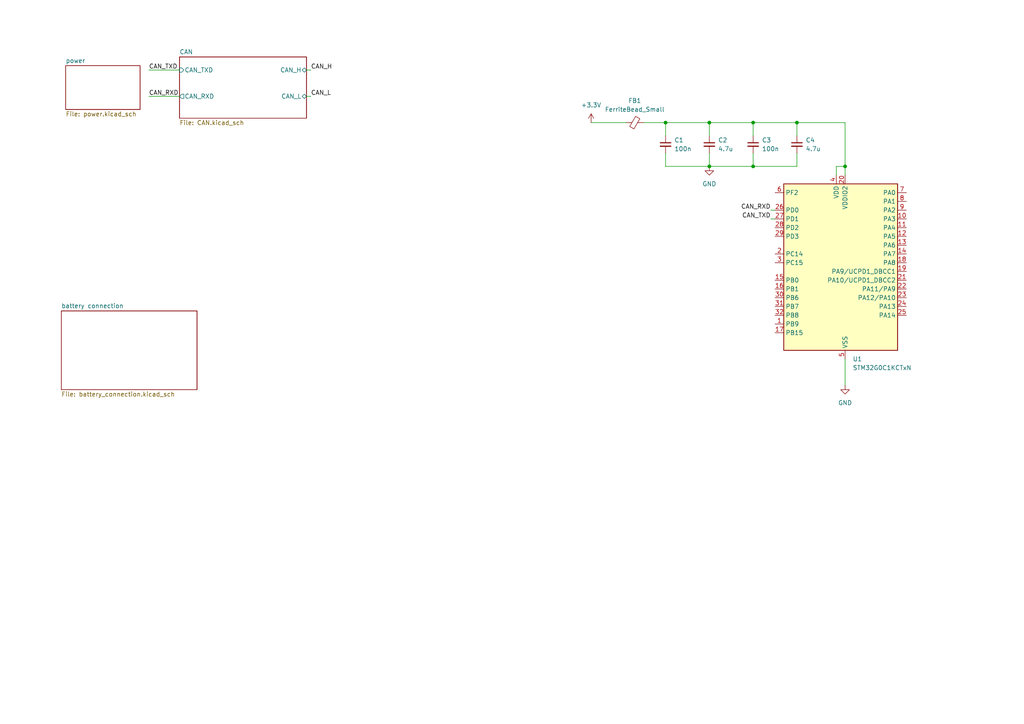
<source format=kicad_sch>
(kicad_sch (version 20230121) (generator eeschema)

  (uuid b652b05a-4e3d-4ad1-b032-18886abe7d45)

  (paper "A4")

  (title_block
    (rev "${REVISION}")
    (company "Author:")
    (comment 1 "Reviewer:")
  )

  (lib_symbols
    (symbol "Device:C_Small" (pin_numbers hide) (pin_names (offset 0.254) hide) (in_bom yes) (on_board yes)
      (property "Reference" "C" (at 0.254 1.778 0)
        (effects (font (size 1.27 1.27)) (justify left))
      )
      (property "Value" "C_Small" (at 0.254 -2.032 0)
        (effects (font (size 1.27 1.27)) (justify left))
      )
      (property "Footprint" "" (at 0 0 0)
        (effects (font (size 1.27 1.27)) hide)
      )
      (property "Datasheet" "~" (at 0 0 0)
        (effects (font (size 1.27 1.27)) hide)
      )
      (property "ki_keywords" "capacitor cap" (at 0 0 0)
        (effects (font (size 1.27 1.27)) hide)
      )
      (property "ki_description" "Unpolarized capacitor, small symbol" (at 0 0 0)
        (effects (font (size 1.27 1.27)) hide)
      )
      (property "ki_fp_filters" "C_*" (at 0 0 0)
        (effects (font (size 1.27 1.27)) hide)
      )
      (symbol "C_Small_0_1"
        (polyline
          (pts
            (xy -1.524 -0.508)
            (xy 1.524 -0.508)
          )
          (stroke (width 0.3302) (type default))
          (fill (type none))
        )
        (polyline
          (pts
            (xy -1.524 0.508)
            (xy 1.524 0.508)
          )
          (stroke (width 0.3048) (type default))
          (fill (type none))
        )
      )
      (symbol "C_Small_1_1"
        (pin passive line (at 0 2.54 270) (length 2.032)
          (name "~" (effects (font (size 1.27 1.27))))
          (number "1" (effects (font (size 1.27 1.27))))
        )
        (pin passive line (at 0 -2.54 90) (length 2.032)
          (name "~" (effects (font (size 1.27 1.27))))
          (number "2" (effects (font (size 1.27 1.27))))
        )
      )
    )
    (symbol "Device:FerriteBead_Small" (pin_numbers hide) (pin_names (offset 0)) (in_bom yes) (on_board yes)
      (property "Reference" "FB" (at 1.905 1.27 0)
        (effects (font (size 1.27 1.27)) (justify left))
      )
      (property "Value" "FerriteBead_Small" (at 1.905 -1.27 0)
        (effects (font (size 1.27 1.27)) (justify left))
      )
      (property "Footprint" "" (at -1.778 0 90)
        (effects (font (size 1.27 1.27)) hide)
      )
      (property "Datasheet" "~" (at 0 0 0)
        (effects (font (size 1.27 1.27)) hide)
      )
      (property "ki_keywords" "L ferrite bead inductor filter" (at 0 0 0)
        (effects (font (size 1.27 1.27)) hide)
      )
      (property "ki_description" "Ferrite bead, small symbol" (at 0 0 0)
        (effects (font (size 1.27 1.27)) hide)
      )
      (property "ki_fp_filters" "Inductor_* L_* *Ferrite*" (at 0 0 0)
        (effects (font (size 1.27 1.27)) hide)
      )
      (symbol "FerriteBead_Small_0_1"
        (polyline
          (pts
            (xy 0 -1.27)
            (xy 0 -0.7874)
          )
          (stroke (width 0) (type default))
          (fill (type none))
        )
        (polyline
          (pts
            (xy 0 0.889)
            (xy 0 1.2954)
          )
          (stroke (width 0) (type default))
          (fill (type none))
        )
        (polyline
          (pts
            (xy -1.8288 0.2794)
            (xy -1.1176 1.4986)
            (xy 1.8288 -0.2032)
            (xy 1.1176 -1.4224)
            (xy -1.8288 0.2794)
          )
          (stroke (width 0) (type default))
          (fill (type none))
        )
      )
      (symbol "FerriteBead_Small_1_1"
        (pin passive line (at 0 2.54 270) (length 1.27)
          (name "~" (effects (font (size 1.27 1.27))))
          (number "1" (effects (font (size 1.27 1.27))))
        )
        (pin passive line (at 0 -2.54 90) (length 1.27)
          (name "~" (effects (font (size 1.27 1.27))))
          (number "2" (effects (font (size 1.27 1.27))))
        )
      )
    )
    (symbol "MCU_ST_STM32G0:STM32G0C1KCTxN" (in_bom yes) (on_board yes)
      (property "Reference" "U" (at -15.24 26.67 0)
        (effects (font (size 1.27 1.27)) (justify left))
      )
      (property "Value" "STM32G0C1KCTxN" (at 5.08 26.67 0)
        (effects (font (size 1.27 1.27)) (justify left))
      )
      (property "Footprint" "Package_QFP:LQFP-32_7x7mm_P0.8mm" (at -15.24 -22.86 0)
        (effects (font (size 1.27 1.27)) (justify right) hide)
      )
      (property "Datasheet" "https://www.st.com/resource/en/datasheet/stm32g0c1kc.pdf" (at 0 0 0)
        (effects (font (size 1.27 1.27)) hide)
      )
      (property "ki_locked" "" (at 0 0 0)
        (effects (font (size 1.27 1.27)))
      )
      (property "ki_keywords" "Arm Cortex-M0+ STM32G0 STM32G0x1" (at 0 0 0)
        (effects (font (size 1.27 1.27)) hide)
      )
      (property "ki_description" "STMicroelectronics Arm Cortex-M0+ MCU, 256KB flash, 144KB RAM, 64 MHz, 1.7-3.6V, 29 GPIO, LQFP32" (at 0 0 0)
        (effects (font (size 1.27 1.27)) hide)
      )
      (property "ki_fp_filters" "LQFP*7x7mm*P0.8mm*" (at 0 0 0)
        (effects (font (size 1.27 1.27)) hide)
      )
      (symbol "STM32G0C1KCTxN_0_1"
        (rectangle (start -15.24 -22.86) (end 17.78 25.4)
          (stroke (width 0.254) (type default))
          (fill (type background))
        )
      )
      (symbol "STM32G0C1KCTxN_1_1"
        (pin bidirectional line (at -17.78 -15.24 0) (length 2.54)
          (name "PB9" (effects (font (size 1.27 1.27))))
          (number "1" (effects (font (size 1.27 1.27))))
          (alternate "DAC1_EXTI9" bidirectional line)
          (alternate "FDCAN1_TX" bidirectional line)
          (alternate "I2C1_SDA" bidirectional line)
          (alternate "I2S2_WS" bidirectional line)
          (alternate "IR_OUT" bidirectional line)
          (alternate "SPI2_NSS" bidirectional line)
          (alternate "TIM17_CH1" bidirectional line)
          (alternate "TIM4_CH4" bidirectional line)
          (alternate "UCPD2_FRSTX1" bidirectional line)
          (alternate "UCPD2_FRSTX2" bidirectional line)
          (alternate "USART3_RX" bidirectional line)
          (alternate "USART6_RX" bidirectional line)
        )
        (pin bidirectional line (at 20.32 15.24 180) (length 2.54)
          (name "PA3" (effects (font (size 1.27 1.27))))
          (number "10" (effects (font (size 1.27 1.27))))
          (alternate "ADC1_IN3" bidirectional line)
          (alternate "COMP2_INP" bidirectional line)
          (alternate "I2S2_MCK" bidirectional line)
          (alternate "LPUART1_RX" bidirectional line)
          (alternate "SPI2_MISO" bidirectional line)
          (alternate "TIM15_CH2" bidirectional line)
          (alternate "TIM2_CH4" bidirectional line)
          (alternate "UCPD2_FRSTX1" bidirectional line)
          (alternate "UCPD2_FRSTX2" bidirectional line)
          (alternate "USART2_RX" bidirectional line)
        )
        (pin bidirectional line (at 20.32 12.7 180) (length 2.54)
          (name "PA4" (effects (font (size 1.27 1.27))))
          (number "11" (effects (font (size 1.27 1.27))))
          (alternate "ADC1_IN4" bidirectional line)
          (alternate "DAC1_OUT1" bidirectional line)
          (alternate "I2S1_WS" bidirectional line)
          (alternate "I2S2_SD" bidirectional line)
          (alternate "LPTIM2_OUT" bidirectional line)
          (alternate "RTC_OUT1" bidirectional line)
          (alternate "RTC_TAMP_IN1" bidirectional line)
          (alternate "RTC_TS" bidirectional line)
          (alternate "SPI1_NSS" bidirectional line)
          (alternate "SPI2_MOSI" bidirectional line)
          (alternate "SYS_WKUP2" bidirectional line)
          (alternate "TIM14_CH1" bidirectional line)
          (alternate "UCPD2_FRSTX1" bidirectional line)
          (alternate "UCPD2_FRSTX2" bidirectional line)
          (alternate "USART6_TX" bidirectional line)
          (alternate "USB_NOE" bidirectional line)
        )
        (pin bidirectional line (at 20.32 10.16 180) (length 2.54)
          (name "PA5" (effects (font (size 1.27 1.27))))
          (number "12" (effects (font (size 1.27 1.27))))
          (alternate "ADC1_IN5" bidirectional line)
          (alternate "CEC" bidirectional line)
          (alternate "DAC1_OUT2" bidirectional line)
          (alternate "I2S1_CK" bidirectional line)
          (alternate "LPTIM2_ETR" bidirectional line)
          (alternate "SPI1_SCK" bidirectional line)
          (alternate "TIM2_CH1" bidirectional line)
          (alternate "TIM2_ETR" bidirectional line)
          (alternate "UCPD1_FRSTX1" bidirectional line)
          (alternate "UCPD1_FRSTX2" bidirectional line)
          (alternate "USART3_TX" bidirectional line)
          (alternate "USART6_RX" bidirectional line)
        )
        (pin bidirectional line (at 20.32 7.62 180) (length 2.54)
          (name "PA6" (effects (font (size 1.27 1.27))))
          (number "13" (effects (font (size 1.27 1.27))))
          (alternate "ADC1_IN6" bidirectional line)
          (alternate "COMP1_OUT" bidirectional line)
          (alternate "I2C2_SDA" bidirectional line)
          (alternate "I2C3_SDA" bidirectional line)
          (alternate "I2S1_MCK" bidirectional line)
          (alternate "LPUART1_CTS" bidirectional line)
          (alternate "SPI1_MISO" bidirectional line)
          (alternate "TIM16_CH1" bidirectional line)
          (alternate "TIM1_BK" bidirectional line)
          (alternate "TIM3_CH1" bidirectional line)
          (alternate "USART3_CTS" bidirectional line)
          (alternate "USART3_NSS" bidirectional line)
          (alternate "USART6_CTS" bidirectional line)
          (alternate "USART6_NSS" bidirectional line)
        )
        (pin bidirectional line (at 20.32 5.08 180) (length 2.54)
          (name "PA7" (effects (font (size 1.27 1.27))))
          (number "14" (effects (font (size 1.27 1.27))))
          (alternate "ADC1_IN7" bidirectional line)
          (alternate "COMP2_OUT" bidirectional line)
          (alternate "I2C2_SCL" bidirectional line)
          (alternate "I2C3_SCL" bidirectional line)
          (alternate "I2S1_SD" bidirectional line)
          (alternate "SPI1_MOSI" bidirectional line)
          (alternate "TIM14_CH1" bidirectional line)
          (alternate "TIM17_CH1" bidirectional line)
          (alternate "TIM1_CH1N" bidirectional line)
          (alternate "TIM3_CH2" bidirectional line)
          (alternate "UCPD1_FRSTX1" bidirectional line)
          (alternate "UCPD1_FRSTX2" bidirectional line)
          (alternate "USART6_CK" bidirectional line)
          (alternate "USART6_DE" bidirectional line)
          (alternate "USART6_RTS" bidirectional line)
        )
        (pin bidirectional line (at -17.78 -2.54 0) (length 2.54)
          (name "PB0" (effects (font (size 1.27 1.27))))
          (number "15" (effects (font (size 1.27 1.27))))
          (alternate "ADC1_IN8" bidirectional line)
          (alternate "COMP1_OUT" bidirectional line)
          (alternate "COMP3_INP" bidirectional line)
          (alternate "FDCAN2_RX" bidirectional line)
          (alternate "I2S1_WS" bidirectional line)
          (alternate "LPTIM1_OUT" bidirectional line)
          (alternate "LPUART2_CTS" bidirectional line)
          (alternate "SPI1_NSS" bidirectional line)
          (alternate "TIM1_CH2N" bidirectional line)
          (alternate "TIM3_CH3" bidirectional line)
          (alternate "UCPD1_FRSTX1" bidirectional line)
          (alternate "UCPD1_FRSTX2" bidirectional line)
          (alternate "USART3_RX" bidirectional line)
          (alternate "USART5_TX" bidirectional line)
        )
        (pin bidirectional line (at -17.78 -5.08 0) (length 2.54)
          (name "PB1" (effects (font (size 1.27 1.27))))
          (number "16" (effects (font (size 1.27 1.27))))
          (alternate "ADC1_IN9" bidirectional line)
          (alternate "COMP1_INM" bidirectional line)
          (alternate "COMP3_OUT" bidirectional line)
          (alternate "FDCAN2_TX" bidirectional line)
          (alternate "LPTIM2_IN1" bidirectional line)
          (alternate "LPUART1_DE" bidirectional line)
          (alternate "LPUART1_RTS" bidirectional line)
          (alternate "LPUART2_DE" bidirectional line)
          (alternate "LPUART2_RTS" bidirectional line)
          (alternate "TIM14_CH1" bidirectional line)
          (alternate "TIM1_CH3N" bidirectional line)
          (alternate "TIM3_CH4" bidirectional line)
          (alternate "USART3_CK" bidirectional line)
          (alternate "USART3_DE" bidirectional line)
          (alternate "USART3_RTS" bidirectional line)
          (alternate "USART5_RX" bidirectional line)
        )
        (pin bidirectional line (at -17.78 -17.78 0) (length 2.54)
          (name "PB15" (effects (font (size 1.27 1.27))))
          (number "17" (effects (font (size 1.27 1.27))))
          (alternate "I2S2_SD" bidirectional line)
          (alternate "RTC_REFIN" bidirectional line)
          (alternate "SPI2_MOSI" bidirectional line)
          (alternate "TIM15_CH1N" bidirectional line)
          (alternate "TIM15_CH2" bidirectional line)
          (alternate "TIM1_CH3N" bidirectional line)
          (alternate "UCPD1_CC2" bidirectional line)
          (alternate "USART6_CTS" bidirectional line)
          (alternate "USART6_NSS" bidirectional line)
        )
        (pin bidirectional line (at 20.32 2.54 180) (length 2.54)
          (name "PA8" (effects (font (size 1.27 1.27))))
          (number "18" (effects (font (size 1.27 1.27))))
          (alternate "CRS1_SYNC" bidirectional line)
          (alternate "I2C2_SMBA" bidirectional line)
          (alternate "I2S2_WS" bidirectional line)
          (alternate "LPTIM2_OUT" bidirectional line)
          (alternate "RCC_MCO" bidirectional line)
          (alternate "SPI2_NSS" bidirectional line)
          (alternate "TIM1_CH1" bidirectional line)
          (alternate "UCPD1_CC1" bidirectional line)
        )
        (pin bidirectional line (at 20.32 0 180) (length 2.54)
          (name "PA9/UCPD1_DBCC1" (effects (font (size 1.27 1.27))))
          (number "19" (effects (font (size 1.27 1.27))))
          (alternate "DAC1_EXTI9" bidirectional line)
          (alternate "I2C1_SCL" bidirectional line)
          (alternate "I2C2_SCL" bidirectional line)
          (alternate "I2S2_MCK" bidirectional line)
          (alternate "RCC_MCO" bidirectional line)
          (alternate "SPI2_MISO" bidirectional line)
          (alternate "TIM15_BK" bidirectional line)
          (alternate "TIM1_CH2" bidirectional line)
          (alternate "UCPD1_DBCC1" bidirectional line)
          (alternate "USART1_TX" bidirectional line)
        )
        (pin bidirectional line (at -17.78 5.08 0) (length 2.54)
          (name "PC14" (effects (font (size 1.27 1.27))))
          (number "2" (effects (font (size 1.27 1.27))))
          (alternate "RCC_OSC32_IN" bidirectional line)
          (alternate "RCC_OSC_IN" bidirectional line)
          (alternate "TIM1_BK2" bidirectional line)
        )
        (pin power_in line (at 2.54 27.94 270) (length 2.54)
          (name "VDDIO2" (effects (font (size 1.27 1.27))))
          (number "20" (effects (font (size 1.27 1.27))))
        )
        (pin bidirectional line (at 20.32 -2.54 180) (length 2.54)
          (name "PA10/UCPD1_DBCC2" (effects (font (size 1.27 1.27))))
          (number "21" (effects (font (size 1.27 1.27))))
          (alternate "I2C1_SDA" bidirectional line)
          (alternate "I2C2_SDA" bidirectional line)
          (alternate "I2S2_SD" bidirectional line)
          (alternate "RCC_MCO_2" bidirectional line)
          (alternate "SPI2_MOSI" bidirectional line)
          (alternate "TIM17_BK" bidirectional line)
          (alternate "TIM1_CH3" bidirectional line)
          (alternate "UCPD1_DBCC2" bidirectional line)
          (alternate "USART1_RX" bidirectional line)
        )
        (pin bidirectional line (at 20.32 -5.08 180) (length 2.54)
          (name "PA11/PA9" (effects (font (size 1.27 1.27))))
          (number "22" (effects (font (size 1.27 1.27))))
          (alternate "ADC1_EXTI11" bidirectional line)
          (alternate "COMP1_OUT" bidirectional line)
          (alternate "FDCAN1_RX" bidirectional line)
          (alternate "I2C2_SCL" bidirectional line)
          (alternate "I2S1_MCK" bidirectional line)
          (alternate "SPI1_MISO" bidirectional line)
          (alternate "TIM1_BK2" bidirectional line)
          (alternate "TIM1_CH4" bidirectional line)
          (alternate "USART1_CTS" bidirectional line)
          (alternate "USART1_NSS" bidirectional line)
          (alternate "USB_DM" bidirectional line)
        )
        (pin bidirectional line (at 20.32 -7.62 180) (length 2.54)
          (name "PA12/PA10" (effects (font (size 1.27 1.27))))
          (number "23" (effects (font (size 1.27 1.27))))
          (alternate "COMP2_OUT" bidirectional line)
          (alternate "FDCAN1_TX" bidirectional line)
          (alternate "I2C2_SDA" bidirectional line)
          (alternate "I2S1_SD" bidirectional line)
          (alternate "I2S_CKIN" bidirectional line)
          (alternate "SPI1_MOSI" bidirectional line)
          (alternate "TIM1_ETR" bidirectional line)
          (alternate "USART1_CK" bidirectional line)
          (alternate "USART1_DE" bidirectional line)
          (alternate "USART1_RTS" bidirectional line)
          (alternate "USB_DP" bidirectional line)
        )
        (pin bidirectional line (at 20.32 -10.16 180) (length 2.54)
          (name "PA13" (effects (font (size 1.27 1.27))))
          (number "24" (effects (font (size 1.27 1.27))))
          (alternate "IR_OUT" bidirectional line)
          (alternate "LPUART2_RX" bidirectional line)
          (alternate "SYS_SWDIO" bidirectional line)
          (alternate "USB_NOE" bidirectional line)
        )
        (pin bidirectional line (at 20.32 -12.7 180) (length 2.54)
          (name "PA14" (effects (font (size 1.27 1.27))))
          (number "25" (effects (font (size 1.27 1.27))))
          (alternate "LPUART2_TX" bidirectional line)
          (alternate "SYS_SWCLK" bidirectional line)
          (alternate "USART2_TX" bidirectional line)
        )
        (pin bidirectional line (at -17.78 17.78 0) (length 2.54)
          (name "PD0" (effects (font (size 1.27 1.27))))
          (number "26" (effects (font (size 1.27 1.27))))
          (alternate "FDCAN1_RX" bidirectional line)
          (alternate "I2S2_WS" bidirectional line)
          (alternate "SPI2_NSS" bidirectional line)
          (alternate "TIM16_CH1" bidirectional line)
          (alternate "UCPD2_CC1" bidirectional line)
        )
        (pin bidirectional line (at -17.78 15.24 0) (length 2.54)
          (name "PD1" (effects (font (size 1.27 1.27))))
          (number "27" (effects (font (size 1.27 1.27))))
          (alternate "FDCAN1_TX" bidirectional line)
          (alternate "I2S2_CK" bidirectional line)
          (alternate "SPI2_SCK" bidirectional line)
          (alternate "TIM17_CH1" bidirectional line)
          (alternate "UCPD2_DBCC1" bidirectional line)
        )
        (pin bidirectional line (at -17.78 12.7 0) (length 2.54)
          (name "PD2" (effects (font (size 1.27 1.27))))
          (number "28" (effects (font (size 1.27 1.27))))
          (alternate "TIM1_CH1N" bidirectional line)
          (alternate "TIM3_ETR" bidirectional line)
          (alternate "UCPD2_CC2" bidirectional line)
          (alternate "USART3_CK" bidirectional line)
          (alternate "USART3_DE" bidirectional line)
          (alternate "USART3_RTS" bidirectional line)
          (alternate "USART5_RX" bidirectional line)
        )
        (pin bidirectional line (at -17.78 10.16 0) (length 2.54)
          (name "PD3" (effects (font (size 1.27 1.27))))
          (number "29" (effects (font (size 1.27 1.27))))
          (alternate "I2S2_MCK" bidirectional line)
          (alternate "SPI2_MISO" bidirectional line)
          (alternate "TIM1_CH2N" bidirectional line)
          (alternate "UCPD2_DBCC2" bidirectional line)
          (alternate "USART2_CTS" bidirectional line)
          (alternate "USART2_NSS" bidirectional line)
          (alternate "USART5_TX" bidirectional line)
        )
        (pin bidirectional line (at -17.78 2.54 0) (length 2.54)
          (name "PC15" (effects (font (size 1.27 1.27))))
          (number "3" (effects (font (size 1.27 1.27))))
          (alternate "RCC_OSC32_EN" bidirectional line)
          (alternate "RCC_OSC32_OUT" bidirectional line)
          (alternate "RCC_OSC_EN" bidirectional line)
          (alternate "TIM15_BK" bidirectional line)
        )
        (pin bidirectional line (at -17.78 -7.62 0) (length 2.54)
          (name "PB6" (effects (font (size 1.27 1.27))))
          (number "30" (effects (font (size 1.27 1.27))))
          (alternate "COMP2_INP" bidirectional line)
          (alternate "FDCAN2_TX" bidirectional line)
          (alternate "I2C1_SCL" bidirectional line)
          (alternate "I2S2_MCK" bidirectional line)
          (alternate "LPTIM1_ETR" bidirectional line)
          (alternate "LPUART2_TX" bidirectional line)
          (alternate "SPI2_MISO" bidirectional line)
          (alternate "TIM16_CH1N" bidirectional line)
          (alternate "TIM1_CH3" bidirectional line)
          (alternate "TIM4_CH1" bidirectional line)
          (alternate "USART1_TX" bidirectional line)
          (alternate "USART5_CTS" bidirectional line)
          (alternate "USART5_NSS" bidirectional line)
        )
        (pin bidirectional line (at -17.78 -10.16 0) (length 2.54)
          (name "PB7" (effects (font (size 1.27 1.27))))
          (number "31" (effects (font (size 1.27 1.27))))
          (alternate "COMP2_INM" bidirectional line)
          (alternate "I2C1_SDA" bidirectional line)
          (alternate "I2S2_SD" bidirectional line)
          (alternate "LPTIM1_IN2" bidirectional line)
          (alternate "LPUART2_RX" bidirectional line)
          (alternate "SPI2_MOSI" bidirectional line)
          (alternate "SYS_PVD_IN" bidirectional line)
          (alternate "TIM17_CH1N" bidirectional line)
          (alternate "TIM4_CH2" bidirectional line)
          (alternate "USART1_RX" bidirectional line)
          (alternate "USART4_CTS" bidirectional line)
          (alternate "USART4_NSS" bidirectional line)
        )
        (pin bidirectional line (at -17.78 -12.7 0) (length 2.54)
          (name "PB8" (effects (font (size 1.27 1.27))))
          (number "32" (effects (font (size 1.27 1.27))))
          (alternate "CEC" bidirectional line)
          (alternate "FDCAN1_RX" bidirectional line)
          (alternate "I2C1_SCL" bidirectional line)
          (alternate "I2S2_CK" bidirectional line)
          (alternate "SPI2_SCK" bidirectional line)
          (alternate "TIM15_BK" bidirectional line)
          (alternate "TIM16_CH1" bidirectional line)
          (alternate "TIM4_CH3" bidirectional line)
          (alternate "USART3_TX" bidirectional line)
          (alternate "USART6_TX" bidirectional line)
        )
        (pin power_in line (at 0 27.94 270) (length 2.54)
          (name "VDD" (effects (font (size 1.27 1.27))))
          (number "4" (effects (font (size 1.27 1.27))))
        )
        (pin power_in line (at 2.54 -25.4 90) (length 2.54)
          (name "VSS" (effects (font (size 1.27 1.27))))
          (number "5" (effects (font (size 1.27 1.27))))
        )
        (pin bidirectional line (at -17.78 22.86 0) (length 2.54)
          (name "PF2" (effects (font (size 1.27 1.27))))
          (number "6" (effects (font (size 1.27 1.27))))
          (alternate "LPUART2_DE" bidirectional line)
          (alternate "LPUART2_RTS" bidirectional line)
          (alternate "LPUART2_TX" bidirectional line)
          (alternate "RCC_MCO" bidirectional line)
        )
        (pin bidirectional line (at 20.32 22.86 180) (length 2.54)
          (name "PA0" (effects (font (size 1.27 1.27))))
          (number "7" (effects (font (size 1.27 1.27))))
          (alternate "ADC1_IN0" bidirectional line)
          (alternate "COMP1_INM" bidirectional line)
          (alternate "COMP1_OUT" bidirectional line)
          (alternate "I2S2_CK" bidirectional line)
          (alternate "LPTIM1_OUT" bidirectional line)
          (alternate "RTC_TAMP_IN2" bidirectional line)
          (alternate "SPI2_SCK" bidirectional line)
          (alternate "SYS_WKUP1" bidirectional line)
          (alternate "TIM2_CH1" bidirectional line)
          (alternate "TIM2_ETR" bidirectional line)
          (alternate "UCPD2_FRSTX1" bidirectional line)
          (alternate "UCPD2_FRSTX2" bidirectional line)
          (alternate "USART2_CTS" bidirectional line)
          (alternate "USART2_NSS" bidirectional line)
          (alternate "USART4_TX" bidirectional line)
        )
        (pin bidirectional line (at 20.32 20.32 180) (length 2.54)
          (name "PA1" (effects (font (size 1.27 1.27))))
          (number "8" (effects (font (size 1.27 1.27))))
          (alternate "ADC1_IN1" bidirectional line)
          (alternate "COMP1_INP" bidirectional line)
          (alternate "I2C1_SMBA" bidirectional line)
          (alternate "I2S1_CK" bidirectional line)
          (alternate "SPI1_SCK" bidirectional line)
          (alternate "TIM15_CH1N" bidirectional line)
          (alternate "TIM2_CH2" bidirectional line)
          (alternate "USART2_CK" bidirectional line)
          (alternate "USART2_DE" bidirectional line)
          (alternate "USART2_RTS" bidirectional line)
          (alternate "USART4_RX" bidirectional line)
        )
        (pin bidirectional line (at 20.32 17.78 180) (length 2.54)
          (name "PA2" (effects (font (size 1.27 1.27))))
          (number "9" (effects (font (size 1.27 1.27))))
          (alternate "ADC1_IN2" bidirectional line)
          (alternate "COMP2_INM" bidirectional line)
          (alternate "COMP2_OUT" bidirectional line)
          (alternate "I2S1_SD" bidirectional line)
          (alternate "LPUART1_TX" bidirectional line)
          (alternate "RCC_LSCO" bidirectional line)
          (alternate "SPI1_MOSI" bidirectional line)
          (alternate "SYS_WKUP4" bidirectional line)
          (alternate "TIM15_CH1" bidirectional line)
          (alternate "TIM2_CH3" bidirectional line)
          (alternate "UCPD1_FRSTX1" bidirectional line)
          (alternate "UCPD1_FRSTX2" bidirectional line)
          (alternate "USART2_TX" bidirectional line)
        )
      )
    )
    (symbol "power:+3.3V" (power) (pin_names (offset 0)) (in_bom yes) (on_board yes)
      (property "Reference" "#PWR" (at 0 -3.81 0)
        (effects (font (size 1.27 1.27)) hide)
      )
      (property "Value" "+3.3V" (at 0 3.556 0)
        (effects (font (size 1.27 1.27)))
      )
      (property "Footprint" "" (at 0 0 0)
        (effects (font (size 1.27 1.27)) hide)
      )
      (property "Datasheet" "" (at 0 0 0)
        (effects (font (size 1.27 1.27)) hide)
      )
      (property "ki_keywords" "global power" (at 0 0 0)
        (effects (font (size 1.27 1.27)) hide)
      )
      (property "ki_description" "Power symbol creates a global label with name \"+3.3V\"" (at 0 0 0)
        (effects (font (size 1.27 1.27)) hide)
      )
      (symbol "+3.3V_0_1"
        (polyline
          (pts
            (xy -0.762 1.27)
            (xy 0 2.54)
          )
          (stroke (width 0) (type default))
          (fill (type none))
        )
        (polyline
          (pts
            (xy 0 0)
            (xy 0 2.54)
          )
          (stroke (width 0) (type default))
          (fill (type none))
        )
        (polyline
          (pts
            (xy 0 2.54)
            (xy 0.762 1.27)
          )
          (stroke (width 0) (type default))
          (fill (type none))
        )
      )
      (symbol "+3.3V_1_1"
        (pin power_in line (at 0 0 90) (length 0) hide
          (name "+3.3V" (effects (font (size 1.27 1.27))))
          (number "1" (effects (font (size 1.27 1.27))))
        )
      )
    )
    (symbol "power:GND" (power) (pin_names (offset 0)) (in_bom yes) (on_board yes)
      (property "Reference" "#PWR" (at 0 -6.35 0)
        (effects (font (size 1.27 1.27)) hide)
      )
      (property "Value" "GND" (at 0 -3.81 0)
        (effects (font (size 1.27 1.27)))
      )
      (property "Footprint" "" (at 0 0 0)
        (effects (font (size 1.27 1.27)) hide)
      )
      (property "Datasheet" "" (at 0 0 0)
        (effects (font (size 1.27 1.27)) hide)
      )
      (property "ki_keywords" "global power" (at 0 0 0)
        (effects (font (size 1.27 1.27)) hide)
      )
      (property "ki_description" "Power symbol creates a global label with name \"GND\" , ground" (at 0 0 0)
        (effects (font (size 1.27 1.27)) hide)
      )
      (symbol "GND_0_1"
        (polyline
          (pts
            (xy 0 0)
            (xy 0 -1.27)
            (xy 1.27 -1.27)
            (xy 0 -2.54)
            (xy -1.27 -1.27)
            (xy 0 -1.27)
          )
          (stroke (width 0) (type default))
          (fill (type none))
        )
      )
      (symbol "GND_1_1"
        (pin power_in line (at 0 0 270) (length 0) hide
          (name "GND" (effects (font (size 1.27 1.27))))
          (number "1" (effects (font (size 1.27 1.27))))
        )
      )
    )
  )

  (junction (at 205.74 35.56) (diameter 0) (color 0 0 0 0)
    (uuid 0571dc4f-dc85-4c0e-8bd8-991ae45c8a52)
  )
  (junction (at 193.04 35.56) (diameter 0) (color 0 0 0 0)
    (uuid 438875c5-ec89-4bfa-84ca-adad961144c0)
  )
  (junction (at 245.11 48.26) (diameter 0) (color 0 0 0 0)
    (uuid 7e3ea07f-fd82-4c0c-968d-d1590e2a09ee)
  )
  (junction (at 218.44 35.56) (diameter 0) (color 0 0 0 0)
    (uuid 86b26b71-bfae-40db-83dc-137cd2752dd1)
  )
  (junction (at 218.44 48.26) (diameter 0) (color 0 0 0 0)
    (uuid 895f32f9-93f1-499d-978f-bbc5082807b6)
  )
  (junction (at 205.74 48.26) (diameter 0) (color 0 0 0 0)
    (uuid d438c182-9bad-4bc5-97a3-8cb2d5a636d7)
  )
  (junction (at 231.14 35.56) (diameter 0) (color 0 0 0 0)
    (uuid ddbd7c14-0d53-4350-bacb-dd9818017b42)
  )

  (wire (pts (xy 245.11 35.56) (xy 245.11 48.26))
    (stroke (width 0) (type default))
    (uuid 1941ed88-51c2-41d6-9b18-9efb4824773c)
  )
  (wire (pts (xy 205.74 35.56) (xy 205.74 39.37))
    (stroke (width 0) (type default))
    (uuid 1b140eb9-0f1e-4edd-bfd2-e25d2e3f07fc)
  )
  (wire (pts (xy 231.14 35.56) (xy 245.11 35.56))
    (stroke (width 0) (type default))
    (uuid 22f0cef5-ea3c-4681-861f-e4af0f9f166b)
  )
  (wire (pts (xy 193.04 44.45) (xy 193.04 48.26))
    (stroke (width 0) (type default))
    (uuid 2718b50e-0618-400c-9e5b-69ff998b04cf)
  )
  (wire (pts (xy 242.57 48.26) (xy 242.57 50.8))
    (stroke (width 0) (type default))
    (uuid 290e9937-44f2-409f-a6d0-6b9dd1c0eb45)
  )
  (wire (pts (xy 205.74 35.56) (xy 218.44 35.56))
    (stroke (width 0) (type default))
    (uuid 2fd6f5d4-eaa9-4839-875a-53347170ae44)
  )
  (wire (pts (xy 193.04 48.26) (xy 205.74 48.26))
    (stroke (width 0) (type default))
    (uuid 3889eb58-8fc3-4246-b464-e8f6e35fa356)
  )
  (wire (pts (xy 171.45 35.56) (xy 181.61 35.56))
    (stroke (width 0) (type default))
    (uuid 4550eb1a-6953-4026-a3b3-1088b01ca794)
  )
  (wire (pts (xy 205.74 48.26) (xy 218.44 48.26))
    (stroke (width 0) (type default))
    (uuid 468ff0f2-5670-416e-831a-1dd7d85eb1a4)
  )
  (wire (pts (xy 245.11 104.14) (xy 245.11 111.76))
    (stroke (width 0) (type default))
    (uuid 5e64fbe5-8e46-41f8-9465-916569a9f1ec)
  )
  (wire (pts (xy 223.52 63.5) (xy 224.79 63.5))
    (stroke (width 0) (type default))
    (uuid 6426139e-f17e-445e-ae51-7c87b159f804)
  )
  (wire (pts (xy 186.69 35.56) (xy 193.04 35.56))
    (stroke (width 0) (type default))
    (uuid 821d6722-935f-4f98-8212-ba11ac599b0b)
  )
  (wire (pts (xy 245.11 48.26) (xy 242.57 48.26))
    (stroke (width 0) (type default))
    (uuid 87301ca0-1544-40af-80ab-81936493a637)
  )
  (wire (pts (xy 231.14 35.56) (xy 231.14 39.37))
    (stroke (width 0) (type default))
    (uuid 8e2a1df6-ff77-4437-8b53-0eb37e80e867)
  )
  (wire (pts (xy 218.44 48.26) (xy 231.14 48.26))
    (stroke (width 0) (type default))
    (uuid 9b0643ec-e0d2-4e90-8e81-a9f729b53acc)
  )
  (wire (pts (xy 231.14 44.45) (xy 231.14 48.26))
    (stroke (width 0) (type default))
    (uuid a5e74314-67aa-4d3c-9ca8-e7b775ad59ab)
  )
  (wire (pts (xy 193.04 39.37) (xy 193.04 35.56))
    (stroke (width 0) (type default))
    (uuid b65e18d9-a5d8-4b14-9b98-a03e017b8943)
  )
  (wire (pts (xy 223.52 60.96) (xy 224.79 60.96))
    (stroke (width 0) (type default))
    (uuid b8299ee9-fcf5-4d3e-bcea-20aa74d63dd6)
  )
  (wire (pts (xy 205.74 44.45) (xy 205.74 48.26))
    (stroke (width 0) (type default))
    (uuid badf1436-072e-4622-a09e-198938139cf6)
  )
  (wire (pts (xy 88.9 27.94) (xy 90.17 27.94))
    (stroke (width 0) (type default))
    (uuid bd90aaed-a0ca-4bf5-b18b-49bdd5ee2058)
  )
  (wire (pts (xy 245.11 48.26) (xy 245.11 50.8))
    (stroke (width 0) (type default))
    (uuid c6b0b96c-4beb-4d0b-ab66-692d9ad05a37)
  )
  (wire (pts (xy 43.18 27.94) (xy 52.07 27.94))
    (stroke (width 0) (type default))
    (uuid ca3278e2-7ee6-4c29-8c4c-269f6288d09b)
  )
  (wire (pts (xy 193.04 35.56) (xy 205.74 35.56))
    (stroke (width 0) (type default))
    (uuid cb2d4fd1-233b-45d2-a4ee-7bcbb4676ca1)
  )
  (wire (pts (xy 218.44 35.56) (xy 231.14 35.56))
    (stroke (width 0) (type default))
    (uuid d17c74d5-113d-4a62-82f7-470101c44cb7)
  )
  (wire (pts (xy 218.44 35.56) (xy 218.44 39.37))
    (stroke (width 0) (type default))
    (uuid d7ace607-15d4-4288-88af-b9b67b9b343d)
  )
  (wire (pts (xy 218.44 44.45) (xy 218.44 48.26))
    (stroke (width 0) (type default))
    (uuid f07a3e13-1f66-45e4-8cc7-5cfc8b114870)
  )
  (wire (pts (xy 43.18 20.32) (xy 52.07 20.32))
    (stroke (width 0) (type default))
    (uuid f0ba75f3-9acf-4c11-bd78-1cf70a500aa7)
  )
  (wire (pts (xy 88.9 20.32) (xy 90.17 20.32))
    (stroke (width 0) (type default))
    (uuid ff8bc531-e8cc-42e7-aea9-fd1cff8577ea)
  )

  (label "CAN_TXD" (at 223.52 63.5 180) (fields_autoplaced)
    (effects (font (size 1.27 1.27)) (justify right bottom))
    (uuid 16849d2e-d613-4dfb-bed1-8a863c58b234)
  )
  (label "CAN_L" (at 90.17 27.94 0) (fields_autoplaced)
    (effects (font (size 1.27 1.27)) (justify left bottom))
    (uuid 288e5747-9b94-4a2a-b42d-17f5102d5682)
  )
  (label "CAN_RXD" (at 43.18 27.94 0) (fields_autoplaced)
    (effects (font (size 1.27 1.27)) (justify left bottom))
    (uuid 29a206a6-a964-4286-aafa-c9d4c0777ecd)
  )
  (label "CAN_TXD" (at 43.18 20.32 0) (fields_autoplaced)
    (effects (font (size 1.27 1.27)) (justify left bottom))
    (uuid 7abcccd0-7ac4-479b-a65d-c0f5172c508d)
  )
  (label "CAN_H" (at 90.17 20.32 0) (fields_autoplaced)
    (effects (font (size 1.27 1.27)) (justify left bottom))
    (uuid 7c1a525b-8ee5-4538-8a44-9fe246a0749b)
  )
  (label "CAN_RXD" (at 223.52 60.96 180) (fields_autoplaced)
    (effects (font (size 1.27 1.27)) (justify right bottom))
    (uuid ffed9614-4218-4282-917b-e99b531ec099)
  )

  (symbol (lib_id "power:+3.3V") (at 171.45 35.56 0) (unit 1)
    (in_bom yes) (on_board yes) (dnp no) (fields_autoplaced)
    (uuid 3ea43847-4f9b-4791-aa2a-bbd0bd88e654)
    (property "Reference" "#PWR01" (at 171.45 39.37 0)
      (effects (font (size 1.27 1.27)) hide)
    )
    (property "Value" "+3.3V" (at 171.45 30.48 0)
      (effects (font (size 1.27 1.27)))
    )
    (property "Footprint" "" (at 171.45 35.56 0)
      (effects (font (size 1.27 1.27)) hide)
    )
    (property "Datasheet" "" (at 171.45 35.56 0)
      (effects (font (size 1.27 1.27)) hide)
    )
    (pin "1" (uuid f6abe2ad-347c-4cd3-8088-865380fd561c))
    (instances
      (project "PDM_1"
        (path "/b652b05a-4e3d-4ad1-b032-18886abe7d45"
          (reference "#PWR01") (unit 1)
        )
      )
      (project "PDM"
        (path "/d7434f1a-7415-4eaa-a71b-b9580d7b34f2"
          (reference "#PWR04") (unit 1)
        )
      )
    )
  )

  (symbol (lib_id "Device:FerriteBead_Small") (at 184.15 35.56 90) (unit 1)
    (in_bom yes) (on_board yes) (dnp no) (fields_autoplaced)
    (uuid 526deb60-adb5-42d2-9c97-63b51ffcd125)
    (property "Reference" "FB1" (at 184.1119 29.21 90)
      (effects (font (size 1.27 1.27)))
    )
    (property "Value" "FerriteBead_Small" (at 184.1119 31.75 90)
      (effects (font (size 1.27 1.27)))
    )
    (property "Footprint" "" (at 184.15 37.338 90)
      (effects (font (size 1.27 1.27)) hide)
    )
    (property "Datasheet" "~" (at 184.15 35.56 0)
      (effects (font (size 1.27 1.27)) hide)
    )
    (pin "1" (uuid 6a98dc48-6d17-4cea-a057-bbd015806032))
    (pin "2" (uuid 9cd6a29a-bfc5-4f68-967e-543fbc598dcb))
    (instances
      (project "PDM_1"
        (path "/b652b05a-4e3d-4ad1-b032-18886abe7d45"
          (reference "FB1") (unit 1)
        )
      )
      (project "PDM"
        (path "/d7434f1a-7415-4eaa-a71b-b9580d7b34f2"
          (reference "FB1") (unit 1)
        )
      )
    )
  )

  (symbol (lib_id "Device:C_Small") (at 231.14 41.91 0) (unit 1)
    (in_bom yes) (on_board yes) (dnp no)
    (uuid 6fa4543b-fe37-4b19-806f-84a4cf9e6db6)
    (property "Reference" "C4" (at 233.68 40.6463 0)
      (effects (font (size 1.27 1.27)) (justify left))
    )
    (property "Value" "4.7u" (at 233.68 43.18 0)
      (effects (font (size 1.27 1.27)) (justify left))
    )
    (property "Footprint" "Inductor_SMD:L_0603_1608Metric" (at 231.14 41.91 0)
      (effects (font (size 1.27 1.27)) hide)
    )
    (property "Datasheet" "~" (at 231.14 41.91 0)
      (effects (font (size 1.27 1.27)) hide)
    )
    (pin "1" (uuid 64759e85-63df-4d00-93b8-4c1e64d986a1))
    (pin "2" (uuid ddddadc5-9620-4e66-b691-850f856de5c8))
    (instances
      (project "PDM_1"
        (path "/b652b05a-4e3d-4ad1-b032-18886abe7d45"
          (reference "C4") (unit 1)
        )
      )
      (project "PDM"
        (path "/d7434f1a-7415-4eaa-a71b-b9580d7b34f2/2e56d911-e721-42fb-a1dd-bc4c699036ad"
          (reference "C2") (unit 1)
        )
        (path "/d7434f1a-7415-4eaa-a71b-b9580d7b34f2"
          (reference "C10") (unit 1)
        )
      )
    )
  )

  (symbol (lib_id "MCU_ST_STM32G0:STM32G0C1KCTxN") (at 242.57 78.74 0) (unit 1)
    (in_bom yes) (on_board yes) (dnp no) (fields_autoplaced)
    (uuid 8d983acf-f5eb-482e-bedb-cda35e1912de)
    (property "Reference" "U1" (at 247.3041 104.14 0)
      (effects (font (size 1.27 1.27)) (justify left))
    )
    (property "Value" "STM32G0C1KCTxN" (at 247.3041 106.68 0)
      (effects (font (size 1.27 1.27)) (justify left))
    )
    (property "Footprint" "Package_QFP:LQFP-32_7x7mm_P0.8mm" (at 227.33 101.6 0)
      (effects (font (size 1.27 1.27)) (justify right) hide)
    )
    (property "Datasheet" "https://www.st.com/resource/en/datasheet/stm32g0c1kc.pdf" (at 242.57 78.74 0)
      (effects (font (size 1.27 1.27)) hide)
    )
    (pin "20" (uuid 1ed2acaa-4b1a-4230-8206-6eb82b6768c8))
    (pin "28" (uuid 6dfdfbad-04df-4378-a1b6-334412e99521))
    (pin "15" (uuid f3783379-a977-4190-b579-a627b00c693e))
    (pin "21" (uuid 18aeff86-fd0b-4da2-ae4e-c718dc293cd5))
    (pin "30" (uuid 9a21dbb4-35a3-473e-85e8-8ba5741070ff))
    (pin "31" (uuid 48cb9cb1-2f64-41bf-ac0c-1c838cf19ae1))
    (pin "8" (uuid 7f120e3b-3a22-445c-86d1-9a7ede8e9ad8))
    (pin "14" (uuid 7a23caed-2219-4d65-9f14-2d15b93b2f7f))
    (pin "23" (uuid dd8ab665-02af-4050-baa9-9317e6534b0b))
    (pin "2" (uuid 2c97e42d-61ea-470c-93f4-8cdaffd2617c))
    (pin "24" (uuid 6c2986b4-543f-4dd7-bae7-4893b1fd2914))
    (pin "13" (uuid 554f573c-100c-4ed2-8bbb-ce3ff3973f52))
    (pin "5" (uuid 0460628a-625a-4de8-b78d-940cd25b002e))
    (pin "19" (uuid edf2dd65-d485-4edb-9194-aee65398d746))
    (pin "29" (uuid eba16474-d90c-4e57-a312-c61816a51614))
    (pin "1" (uuid 0fe87971-5040-40c9-a535-e338be8925fc))
    (pin "17" (uuid b083078b-03cc-41cf-ad08-e6ebd31947c0))
    (pin "18" (uuid 52cbfdc2-9194-4b93-b426-6793a8fb4a3a))
    (pin "7" (uuid 3a14f6f1-082a-4056-9ff2-25cc47eb7607))
    (pin "11" (uuid 9c539d8b-994b-4780-8e0e-bb5a44c0d26e))
    (pin "32" (uuid 08475af9-d368-49a0-828f-837f60c83d08))
    (pin "26" (uuid 0e885b5f-eb34-41b6-84e6-8bfab5bdbc3f))
    (pin "16" (uuid 0aa873fe-118e-455f-9fe4-19f63f663fe3))
    (pin "12" (uuid 6525d492-77df-4474-8542-24b8b8ed99b6))
    (pin "10" (uuid db1881da-9d6f-4bc0-9b2d-0f62726fbb80))
    (pin "6" (uuid f80c5674-6298-482c-a586-e3a99af91598))
    (pin "9" (uuid c71c9ed1-723c-4f85-818b-3442dc2fcf16))
    (pin "4" (uuid c79b7282-7cda-46b5-b4e5-b945858ee94b))
    (pin "25" (uuid 0d88954d-a9f5-469b-8ef9-efd9e6a24094))
    (pin "27" (uuid 2b20c9df-860b-4c62-beb2-9540c39a7fdc))
    (pin "22" (uuid d151a7eb-3cb3-4984-8346-51582e5aded4))
    (pin "3" (uuid 26541372-e987-4d7a-9390-9a4137c7a951))
    (instances
      (project "PDM_1"
        (path "/b652b05a-4e3d-4ad1-b032-18886abe7d45"
          (reference "U1") (unit 1)
        )
      )
      (project "PDM"
        (path "/d7434f1a-7415-4eaa-a71b-b9580d7b34f2"
          (reference "U1") (unit 1)
        )
      )
    )
  )

  (symbol (lib_id "Device:C_Small") (at 205.74 41.91 0) (unit 1)
    (in_bom yes) (on_board yes) (dnp no) (fields_autoplaced)
    (uuid 9ddd248b-747c-4b12-910e-4d8be39e73e3)
    (property "Reference" "C2" (at 208.28 40.6463 0)
      (effects (font (size 1.27 1.27)) (justify left))
    )
    (property "Value" "4.7u" (at 208.28 43.1863 0)
      (effects (font (size 1.27 1.27)) (justify left))
    )
    (property "Footprint" "Inductor_SMD:L_0603_1608Metric" (at 205.74 41.91 0)
      (effects (font (size 1.27 1.27)) hide)
    )
    (property "Datasheet" "~" (at 205.74 41.91 0)
      (effects (font (size 1.27 1.27)) hide)
    )
    (pin "2" (uuid 4c980262-5166-45f8-9e10-39dcd77201a1))
    (pin "1" (uuid 4bc70bb2-c13a-4c7b-8155-91f327648d08))
    (instances
      (project "PDM_1"
        (path "/b652b05a-4e3d-4ad1-b032-18886abe7d45"
          (reference "C2") (unit 1)
        )
      )
      (project "PDM"
        (path "/d7434f1a-7415-4eaa-a71b-b9580d7b34f2"
          (reference "C11") (unit 1)
        )
      )
    )
  )

  (symbol (lib_id "Device:C_Small") (at 193.04 41.91 0) (unit 1)
    (in_bom yes) (on_board yes) (dnp no)
    (uuid a18b7932-ef8b-410e-84ee-0cd8e6e7f6b0)
    (property "Reference" "C1" (at 195.58 40.6463 0)
      (effects (font (size 1.27 1.27)) (justify left))
    )
    (property "Value" "100n" (at 195.58 43.1863 0)
      (effects (font (size 1.27 1.27)) (justify left))
    )
    (property "Footprint" "Inductor_SMD:L_0603_1608Metric" (at 193.04 41.91 0)
      (effects (font (size 1.27 1.27)) hide)
    )
    (property "Datasheet" "~" (at 193.04 41.91 0)
      (effects (font (size 1.27 1.27)) hide)
    )
    (pin "2" (uuid 13d66742-75b2-432e-a989-9246c6a43e8a))
    (pin "1" (uuid 392cfcf9-3366-41ef-b16a-6e88dfbeee16))
    (instances
      (project "PDM_1"
        (path "/b652b05a-4e3d-4ad1-b032-18886abe7d45"
          (reference "C1") (unit 1)
        )
      )
      (project "PDM"
        (path "/d7434f1a-7415-4eaa-a71b-b9580d7b34f2"
          (reference "C9") (unit 1)
        )
      )
    )
  )

  (symbol (lib_id "power:GND") (at 245.11 111.76 0) (unit 1)
    (in_bom yes) (on_board yes) (dnp no) (fields_autoplaced)
    (uuid a933879c-b34f-47d2-b950-9cdbeb585e95)
    (property "Reference" "#PWR03" (at 245.11 118.11 0)
      (effects (font (size 1.27 1.27)) hide)
    )
    (property "Value" "GND" (at 245.11 116.84 0)
      (effects (font (size 1.27 1.27)))
    )
    (property "Footprint" "" (at 245.11 111.76 0)
      (effects (font (size 1.27 1.27)) hide)
    )
    (property "Datasheet" "" (at 245.11 111.76 0)
      (effects (font (size 1.27 1.27)) hide)
    )
    (pin "1" (uuid cd9d4df0-d8dd-4632-a2ae-5a019e958948))
    (instances
      (project "PDM_1"
        (path "/b652b05a-4e3d-4ad1-b032-18886abe7d45"
          (reference "#PWR03") (unit 1)
        )
      )
      (project "PDM"
        (path "/d7434f1a-7415-4eaa-a71b-b9580d7b34f2"
          (reference "#PWR05") (unit 1)
        )
      )
    )
  )

  (symbol (lib_id "Device:C_Small") (at 218.44 41.91 0) (unit 1)
    (in_bom yes) (on_board yes) (dnp no) (fields_autoplaced)
    (uuid b490c47e-02d9-4ba8-93f7-e96170648599)
    (property "Reference" "C3" (at 220.98 40.6463 0)
      (effects (font (size 1.27 1.27)) (justify left))
    )
    (property "Value" "100n" (at 220.98 43.1863 0)
      (effects (font (size 1.27 1.27)) (justify left))
    )
    (property "Footprint" "Inductor_SMD:L_0603_1608Metric" (at 218.44 41.91 0)
      (effects (font (size 1.27 1.27)) hide)
    )
    (property "Datasheet" "~" (at 218.44 41.91 0)
      (effects (font (size 1.27 1.27)) hide)
    )
    (property "Field4" "" (at 218.44 41.91 0)
      (effects (font (size 1.27 1.27)) hide)
    )
    (pin "2" (uuid fe67ae62-751e-4941-b3d5-cbcb2a8b787b))
    (pin "1" (uuid e17f1f75-f9b0-4908-a7c0-e04cc2b1f007))
    (instances
      (project "PDM_1"
        (path "/b652b05a-4e3d-4ad1-b032-18886abe7d45"
          (reference "C3") (unit 1)
        )
      )
      (project "PDM"
        (path "/d7434f1a-7415-4eaa-a71b-b9580d7b34f2"
          (reference "C12") (unit 1)
        )
      )
    )
  )

  (symbol (lib_id "power:GND") (at 205.74 48.26 0) (unit 1)
    (in_bom yes) (on_board yes) (dnp no) (fields_autoplaced)
    (uuid b6a7a7c4-940b-4b31-9248-fcf5f0b070ef)
    (property "Reference" "#PWR02" (at 205.74 54.61 0)
      (effects (font (size 1.27 1.27)) hide)
    )
    (property "Value" "GND" (at 205.74 53.34 0)
      (effects (font (size 1.27 1.27)))
    )
    (property "Footprint" "" (at 205.74 48.26 0)
      (effects (font (size 1.27 1.27)) hide)
    )
    (property "Datasheet" "" (at 205.74 48.26 0)
      (effects (font (size 1.27 1.27)) hide)
    )
    (pin "1" (uuid 5baea52d-9c8c-4ab5-9b38-7c3e78a3c99f))
    (instances
      (project "PDM_1"
        (path "/b652b05a-4e3d-4ad1-b032-18886abe7d45"
          (reference "#PWR02") (unit 1)
        )
      )
      (project "PDM"
        (path "/d7434f1a-7415-4eaa-a71b-b9580d7b34f2"
          (reference "#PWR06") (unit 1)
        )
      )
    )
  )

  (sheet (at 19.05 19.05) (size 21.59 12.7) (fields_autoplaced)
    (stroke (width 0.1524) (type solid))
    (fill (color 0 0 0 0.0000))
    (uuid 1367ec17-5fee-46da-adec-17b799499894)
    (property "Sheetname" "power" (at 19.05 18.3384 0)
      (effects (font (size 1.27 1.27)) (justify left bottom))
    )
    (property "Sheetfile" "power.kicad_sch" (at 19.05 32.3346 0)
      (effects (font (size 1.27 1.27)) (justify left top))
    )
    (instances
      (project "PDM_1"
        (path "/b652b05a-4e3d-4ad1-b032-18886abe7d45" (page "2"))
      )
    )
  )

  (sheet (at 52.07 16.51) (size 36.83 17.78) (fields_autoplaced)
    (stroke (width 0.1524) (type solid))
    (fill (color 0 0 0 0.0000))
    (uuid ae0773d9-e23d-47b1-916b-0288055270db)
    (property "Sheetname" "CAN" (at 52.07 15.7984 0)
      (effects (font (size 1.27 1.27)) (justify left bottom))
    )
    (property "Sheetfile" "CAN.kicad_sch" (at 52.07 34.8746 0)
      (effects (font (size 1.27 1.27)) (justify left top))
    )
    (pin "CAN_H" bidirectional (at 88.9 20.32 0)
      (effects (font (size 1.27 1.27)) (justify right))
      (uuid c39418a8-8f19-4564-b57e-63e2f9f452e3)
    )
    (pin "CAN_L" bidirectional (at 88.9 27.94 0)
      (effects (font (size 1.27 1.27)) (justify right))
      (uuid 6cf98dac-4da7-4003-96c1-c37cc5a68956)
    )
    (pin "CAN_TXD" input (at 52.07 20.32 180)
      (effects (font (size 1.27 1.27)) (justify left))
      (uuid dad26e1d-a9a4-4647-9a01-74826746203c)
    )
    (pin "CAN_RXD" output (at 52.07 27.94 180)
      (effects (font (size 1.27 1.27)) (justify left))
      (uuid a4bc24d2-7a1e-425a-8951-7307384ad36f)
    )
    (instances
      (project "PDM_1"
        (path "/b652b05a-4e3d-4ad1-b032-18886abe7d45" (page "3"))
      )
    )
  )

  (sheet (at 17.78 90.17) (size 39.37 22.86) (fields_autoplaced)
    (stroke (width 0.1524) (type solid))
    (fill (color 0 0 0 0.0000))
    (uuid bbbea364-8a77-4595-a72b-a583adbd9739)
    (property "Sheetname" "battery connection" (at 17.78 89.4584 0)
      (effects (font (size 1.27 1.27)) (justify left bottom))
    )
    (property "Sheetfile" "battery_connection.kicad_sch" (at 17.78 113.6146 0)
      (effects (font (size 1.27 1.27)) (justify left top))
    )
    (instances
      (project "PDM_1"
        (path "/b652b05a-4e3d-4ad1-b032-18886abe7d45" (page "5"))
      )
    )
  )

  (sheet_instances
    (path "/" (page "1"))
  )
)

</source>
